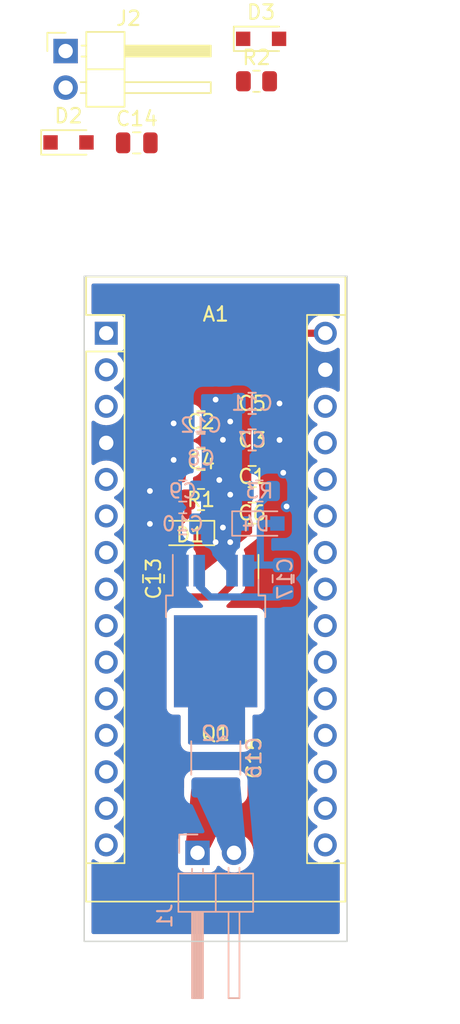
<source format=kicad_pcb>
(kicad_pcb (version 20211014) (generator pcbnew)
  (layers (0 "F.Cu" signal) (31 "B.Cu" signal) (34 "B.Paste" user) (35 "F.Paste" user) (36 "B.SilkS" user "B.Silkscreen") (37 "F.SilkS" user "F.Silkscreen") (38 "B.Mask" user) (39 "F.Mask" user) (44 "Edge.Cuts" user))
  (net 0 "")
  (net 4 "GND")
  (net 5 "/ARC_DETECT")
  (net 6 "/PWM_A")
  (net 7 "/PWM_B")
  (net 27 "+5V")
  (net 29 "VCC")
  (net 30 "Net-(C13-Pad1)")
  (net 31 "Net-(C15-Pad1)")
  (net 32 "Net-(C15-Pad2)")
  (net 33 "Net-(C16-Pad1)")
  (net 34 "Net-(C16-Pad2)")
  (net 35 "Net-(C17-Pad1)")
  (footprint "Diode_SMD:D_SOD-323_HandSoldering" (layer "F.Cu") (at 131.75 102.97)
    (fp_text reference "D2" (at 0 -1.85) (layer "F.SilkS"))
    (fp_text value "B5819WS")
    (fp_line (start -1.9 -0.85) (end -1.9 0.85) (layer "F.SilkS") (width 0.12))
    (fp_line (start -1.9 -0.85) (end 1.25 -0.85) (layer "F.SilkS") (width 0.12))
    (fp_line (start -1.9 0.85) (end 1.25 0.85) (layer "F.SilkS") (width 0.12))
    (pad "1" smd rect (at -1.25 0) (size 1 1) (layers "F.Cu" "F.Paste" "F.Mask") (net 27 "+5V"))
    (pad "2" smd rect (at 1.25 0) (size 1 1) (layers "F.Cu" "F.Paste" "F.Mask") (net 5 "/ARC_DETECT"))
  )
  (footprint "Capacitor_SMD:C_0805_2012Metric" (layer "F.Cu") (at 137.668 133.29 -90)
    (fp_text reference "C13" (at 0 0 90) (layer "F.SilkS"))
    (fp_text value "100n")
    (fp_line (start -0.261252 0.735) (end 0.261252 0.735) (layer "F.SilkS") (width 0.12))
    (fp_line (start -0.261252 -0.735) (end 0.261252 -0.735) (layer "F.SilkS") (width 0.12))
    (pad "1" smd roundrect (at -0.95 0 270) (size 1 1.45) (layers "F.Cu" "F.Paste" "F.Mask") (net 30 "Net-(C13-Pad1)"))
    (pad "2" smd roundrect (at 0.95 0 270) (size 1 1.45) (layers "F.Cu" "F.Paste" "F.Mask") (net 6 "/PWM_A"))
  )
  (footprint "Connector_PinHeader_2.54mm:PinHeader_1x02_P2.54mm_Horizontal" (layer "F.Cu") (at 131.55 96.62)
    (fp_text reference "J2" (at 4.385 -2.27) (layer "F.SilkS"))
    (fp_text value "OUT")
    (fp_line (start 4.1 2.16) (end 10.1 2.16) (layer "F.SilkS") (width 0.12))
    (fp_line (start 1.11 -0.38) (end 1.44 -0.38) (layer "F.SilkS") (width 0.12))
    (fp_line (start 10.1 0.38) (end 4.1 0.38) (layer "F.SilkS") (width 0.12))
    (fp_line (start 4.1 3.87) (end 4.1 -1.33) (layer "F.SilkS") (width 0.12))
    (fp_line (start -1.27 -1.27) (end 0 -1.27) (layer "F.SilkS") (width 0.12))
    (fp_line (start 4.1 -0.32) (end 10.1 -0.32) (layer "F.SilkS") (width 0.12))
    (fp_line (start 4.1 -1.33) (end 1.44 -1.33) (layer "F.SilkS") (width 0.12))
    (fp_line (start 1.44 -1.33) (end 1.44 3.87) (layer "F.SilkS") (width 0.12))
    (fp_line (start 1.042929 2.92) (end 1.44 2.92) (layer "F.SilkS") (width 0.12))
    (fp_line (start 1.11 0.38) (end 1.44 0.38) (layer "F.SilkS") (width 0.12))
    (fp_line (start 10.1 2.92) (end 4.1 2.92) (layer "F.SilkS") (width 0.12))
    (fp_line (start 1.042929 2.16) (end 1.44 2.16) (layer "F.SilkS") (width 0.12))
    (fp_line (start 4.1 0.16) (end 10.1 0.16) (layer "F.SilkS") (width 0.12))
    (fp_line (start 10.1 -0.38) (end 10.1 0.38) (layer "F.SilkS") (width 0.12))
    (fp_line (start 4.1 0.04) (end 10.1 0.04) (layer "F.SilkS") (width 0.12))
    (fp_line (start -1.27 0) (end -1.27 -1.27) (layer "F.SilkS") (width 0.12))
    (fp_line (start 4.1 -0.08) (end 10.1 -0.08) (layer "F.SilkS") (width 0.12))
    (fp_line (start 4.1 0.28) (end 10.1 0.28) (layer "F.SilkS") (width 0.12))
    (fp_line (start 4.1 -0.2) (end 10.1 -0.2) (layer "F.SilkS") (width 0.12))
    (fp_line (start 10.1 2.16) (end 10.1 2.92) (layer "F.SilkS") (width 0.12))
    (fp_line (start 1.44 3.87) (end 4.1 3.87) (layer "F.SilkS") (width 0.12))
    (fp_line (start 4.1 -0.38) (end 10.1 -0.38) (layer "F.SilkS") (width 0.12))
    (fp_line (start 1.44 1.27) (end 4.1 1.27) (layer "F.SilkS") (width 0.12))
    (pad "1" thru_hole rect (at 0 0) (size 1.7 1.7) (drill 1) (layers *.Cu *.Mask) (net 5 "/ARC_DETECT"))
    (pad "2" thru_hole oval (at 0 2.54) (size 1.7 1.7) (drill 1) (layers *.Cu *.Mask) (net 4 "GND"))
  )
  (footprint "Resistor_SMD:R_0805_2012Metric" (layer "F.Cu") (at 140.97 127.79 180)
    (fp_text reference "R1" (at 0 0) (layer "F.SilkS"))
    (fp_text value "1k")
    (fp_line (start -0.227064 -0.735) (end 0.227064 -0.735) (layer "F.SilkS") (width 0.12))
    (fp_line (start -0.227064 0.735) (end 0.227064 0.735) (layer "F.SilkS") (width 0.12))
    (pad "1" smd roundrect (at -0.9125 0 180) (size 1.025 1.4) (layers "F.Cu" "F.Paste" "F.Mask") (roundrect_rratio 0.243902) (net 29 "VCC"))
    (pad "2" smd roundrect (at 0.9125 0 180) (size 1.025 1.4) (layers "F.Cu" "F.Paste" "F.Mask") (roundrect_rratio 0.243902) (net 30 "Net-(C13-Pad1)"))
  )
  (footprint "Diode_SMD:D_SOD-323_HandSoldering" (layer "F.Cu") (at 145.15 95.77)
    (fp_text reference "D3" (at 0 -1.85) (layer "F.SilkS"))
    (fp_text value "B5819WS")
    (fp_line (start -1.9 0.85) (end 1.25 0.85) (layer "F.SilkS") (width 0.12))
    (fp_line (start -1.9 -0.85) (end 1.25 -0.85) (layer "F.SilkS") (width 0.12))
    (fp_line (start -1.9 -0.85) (end -1.9 0.85) (layer "F.SilkS") (width 0.12))
    (pad "1" smd rect (at -1.25 0) (size 1 1) (layers "F.Cu" "F.Paste" "F.Mask") (net 5 "/ARC_DETECT"))
    (pad "2" smd rect (at 1.25 0) (size 1 1) (layers "F.Cu" "F.Paste" "F.Mask") (net 4 "GND"))
  )
  (footprint "Package_TO_SOT_SMD:TO-252-4" (layer "F.Cu") (at 141.986 136.93 -90)
    (fp_text reference "Q1" (at 7.112 0 180) (layer "F.SilkS"))
    (fp_text value "FDD8424H")
    (fp_line (start -2.47 3.45) (end -2.47 2.98) (layer "F.SilkS") (width 0.12))
    (fp_line (start -0.97 3.45) (end -2.47 3.45) (layer "F.SilkS") (width 0.12))
    (fp_line (start -2.47 -3.45) (end -2.47 -2.98) (layer "F.SilkS") (width 0.12))
    (fp_line (start -0.97 -3.45) (end -2.47 -3.45) (layer "F.SilkS") (width 0.12))
    (fp_line (start -2.47 2.98) (end -3.57 2.98) (layer "F.SilkS") (width 0.12))
    (fp_line (start -2.47 -2.98) (end -5.3 -2.98) (layer "F.SilkS") (width 0.12))
    (pad "1" smd rect (at -4.2 -2.28 270) (size 2.2 0.8) (layers "F.Cu" "F.Paste" "F.Mask") (net 4 "GND"))
    (pad "2" smd rect (at -4.2 -1.14 270) (size 2.2 0.8) (layers "F.Cu" "F.Paste" "F.Mask") (net 6 "/PWM_A"))
    (pad "3" smd rect (at 2.1 0 270) (size 6.4 5.8) (layers "F.Cu" "F.Mask") (net 31 "Net-(C15-Pad1)"))
    (pad "4" smd rect (at -4.2 1.14 270) (size 2.2 0.8) (layers "F.Cu" "F.Paste" "F.Mask") (net 29 "VCC"))
    (pad "5" smd rect (at -4.2 2.28 270) (size 2.2 0.8) (layers "F.Cu" "F.Paste" "F.Mask") (net 30 "Net-(C13-Pad1)"))
  )
  (footprint "Diode_SMD:D_SOD-323_HandSoldering" (layer "F.Cu") (at 140 130.115 180)
    (fp_text reference "D1" (at -0.208 -0.127) (layer "F.SilkS"))
    (fp_text value "B5819WS")
    (fp_line (start -1.9 -0.85) (end 1.25 -0.85) (layer "F.SilkS") (width 0.12))
    (fp_line (start -1.9 -0.85) (end -1.9 0.85) (layer "F.SilkS") (width 0.12))
    (fp_line (start -1.9 0.85) (end 1.25 0.85) (layer "F.SilkS") (width 0.12))
    (pad "1" smd rect (at -1.25 0 180) (size 1 1) (layers "F.Cu" "F.Paste" "F.Mask") (net 29 "VCC"))
    (pad "2" smd rect (at 1.25 0 180) (size 1 1) (layers "F.Cu" "F.Paste" "F.Mask") (net 30 "Net-(C13-Pad1)"))
  )
  (footprint "Capacitor_SMD:C_0805_2012Metric" (layer "F.Cu") (at 140.97 125 180)
    (fp_text reference "C4" (at 0 -0.162) (layer "F.SilkS"))
    (fp_text value "10u")
    (fp_line (start -0.261252 -0.735) (end 0.261252 -0.735) (layer "F.SilkS") (width 0.12))
    (fp_line (start -0.261252 0.735) (end 0.261252 0.735) (layer "F.SilkS") (width 0.12))
    (pad "1" smd roundrect (at -0.95 0 180) (size 1 1.45) (layers "F.Cu" "F.Paste" "F.Mask") (net 29 "VCC"))
    (pad "2" smd roundrect (at 0.95 0 180) (size 1 1.45) (layers "F.Cu" "F.Paste" "F.Mask") (net 4 "GND"))
  )
  (footprint "Capacitor_SMD:C_0805_2012Metric" (layer "F.Cu") (at 144.526 126.19)
    (fp_text reference "C1" (at 0 0) (layer "F.SilkS"))
    (fp_text value "10u")
    (fp_line (start -0.261252 0.735) (end 0.261252 0.735) (layer "F.SilkS") (width 0.12))
    (fp_line (start -0.261252 -0.735) (end 0.261252 -0.735) (layer "F.SilkS") (width 0.12))
    (pad "1" smd roundrect (at -0.95 0) (size 1 1.45) (layers "F.Cu" "F.Paste" "F.Mask") (net 29 "VCC"))
    (pad "2" smd roundrect (at 0.95 0) (size 1 1.45) (layers "F.Cu" "F.Paste" "F.Mask") (net 4 "GND"))
  )
  (footprint "Capacitor_SMD:C_0805_2012Metric" (layer "F.Cu") (at 144.526 128.73)
    (fp_text reference "C6" (at 0 0) (layer "F.SilkS"))
    (fp_text value "10u")
    (fp_line (start -0.261252 -0.735) (end 0.261252 -0.735) (layer "F.SilkS") (width 0.12))
    (fp_line (start -0.261252 0.735) (end 0.261252 0.735) (layer "F.SilkS") (width 0.12))
    (pad "1" smd roundrect (at -0.95 0) (size 1 1.45) (layers "F.Cu" "F.Paste" "F.Mask") (net 29 "VCC"))
    (pad "2" smd roundrect (at 0.95 0) (size 1 1.45) (layers "F.Cu" "F.Paste" "F.Mask") (net 4 "GND"))
  )
  (footprint "Capacitor_SMD:C_0805_2012Metric" (layer "F.Cu") (at 140.97 122.38 180)
    (fp_text reference "C2" (at 0 0) (layer "F.SilkS"))
    (fp_text value "10u")
    (fp_line (start -0.261252 -0.735) (end 0.261252 -0.735) (layer "F.SilkS") (width 0.12))
    (fp_line (start -0.261252 0.735) (end 0.261252 0.735) (layer "F.SilkS") (width 0.12))
    (pad "1" smd roundrect (at -0.95 0 180) (size 1 1.45) (layers "F.Cu" "F.Paste" "F.Mask") (net 29 "VCC"))
    (pad "2" smd roundrect (at 0.95 0 180) (size 1 1.45) (layers "F.Cu" "F.Paste" "F.Mask") (net 4 "GND"))
  )
  (footprint "Module:Arduino_Nano" (layer "F.Cu") (at 134.376 116.23)
    (fp_text reference "A1" (at 7.62 -1.33) (layer "F.SilkS"))
    (fp_text value "Arduino_Nano_Every")
    (fp_line (start 13.97 -1.27) (end 16.64 -1.27) (layer "F.SilkS") (width 0.12))
    (fp_line (start -1.4 1.27) (end -1.4 39.5) (layer "F.SilkS") (width 0.12))
    (fp_line (start -1.4 39.5) (end 16.64 39.5) (layer "F.SilkS") (width 0.12))
    (fp_line (start 16.64 -3.94) (end -1.4 -3.94) (layer "F.SilkS") (width 0.12))
    (fp_line (start 1.27 1.27) (end 1.27 36.83) (layer "F.SilkS") (width 0.12))
    (fp_line (start 1.27 -1.27) (end -1.4 -1.27) (layer "F.SilkS") (width 0.12))
    (fp_line (start 13.97 36.83) (end 16.64 36.83) (layer "F.SilkS") (width 0.12))
    (fp_line (start 13.97 -1.27) (end 13.97 36.83) (layer "F.SilkS") (width 0.12))
    (fp_line (start 1.27 36.83) (end -1.4 36.83) (layer "F.SilkS") (width 0.12))
    (fp_line (start 16.64 39.5) (end 16.64 -3.94) (layer "F.SilkS") (width 0.12))
    (fp_line (start 1.27 1.27) (end -1.4 1.27) (layer "F.SilkS") (width 0.12))
    (fp_line (start -1.4 -3.94) (end -1.4 -1.27) (layer "F.SilkS") (width 0.12))
    (fp_line (start 1.27 1.27) (end 1.27 -1.27) (layer "F.SilkS") (width 0.12))
    (pad "1" thru_hole rect locked (at 0 0) (size 1.6 1.6) (drill 1) (layers *.Cu *.Mask))
    (pad "2" thru_hole oval locked (at 0 2.54) (size 1.6 1.6) (drill 1) (layers *.Cu *.Mask))
    (pad "3" thru_hole oval locked (at 0 5.08) (size 1.6 1.6) (drill 1) (layers *.Cu *.Mask))
    (pad "4" thru_hole oval locked (at 0 7.62) (size 1.6 1.6) (drill 1) (layers *.Cu *.Mask) (net 4 "GND"))
    (pad "5" thru_hole oval locked (at 0 10.16) (size 1.6 1.6) (drill 1) (layers *.Cu *.Mask) (net 5 "/ARC_DETECT"))
    (pad "6" thru_hole oval locked (at 0 12.7) (size 1.6 1.6) (drill 1) (layers *.Cu *.Mask) (net 6 "/PWM_A"))
    (pad "7" thru_hole oval locked (at 0 15.24) (size 1.6 1.6) (drill 1) (layers *.Cu *.Mask) (net 7 "/PWM_B"))
    (pad "8" thru_hole oval locked (at 0 17.78) (size 1.6 1.6) (drill 1) (layers *.Cu *.Mask))
    (pad "9" thru_hole oval locked (at 0 20.32) (size 1.6 1.6) (drill 1) (layers *.Cu *.Mask))
    (pad "10" thru_hole oval locked (at 0 22.86) (size 1.6 1.6) (drill 1) (layers *.Cu *.Mask))
    (pad "11" thru_hole oval locked (at 0 25.4) (size 1.6 1.6) (drill 1) (layers *.Cu *.Mask))
    (pad "12" thru_hole oval locked (at 0 27.94) (size 1.6 1.6) (drill 1) (layers *.Cu *.Mask))
    (pad "13" thru_hole oval locked (at 0 30.48) (size 1.6 1.6) (drill 1) (layers *.Cu *.Mask))
    (pad "14" thru_hole oval locked (at 0 33.02) (size 1.6 1.6) (drill 1) (layers *.Cu *.Mask))
    (pad "15" thru_hole oval locked (at 0 35.56) (size 1.6 1.6) (drill 1) (layers *.Cu *.Mask))
    (pad "16" thru_hole oval locked (at 15.24 35.56) (size 1.6 1.6) (drill 1) (layers *.Cu *.Mask))
    (pad "17" thru_hole oval locked (at 15.24 33.02) (size 1.6 1.6) (drill 1) (layers *.Cu *.Mask))
    (pad "18" thru_hole oval locked (at 15.24 30.48) (size 1.6 1.6) (drill 1) (layers *.Cu *.Mask))
    (pad "19" thru_hole oval locked (at 15.24 27.94) (size 1.6 1.6) (drill 1) (layers *.Cu *.Mask))
    (pad "20" thru_hole oval locked (at 15.24 25.4) (size 1.6 1.6) (drill 1) (layers *.Cu *.Mask))
    (pad "21" thru_hole oval locked (at 15.24 22.86) (size 1.6 1.6) (drill 1) (layers *.Cu *.Mask))
    (pad "22" thru_hole oval locked (at 15.24 20.32) (size 1.6 1.6) (drill 1) (layers *.Cu *.Mask))
    (pad "23" thru_hole oval locked (at 15.24 17.78) (size 1.6 1.6) (drill 1) (layers *.Cu *.Mask))
    (pad "24" thru_hole oval locked (at 15.24 15.24) (size 1.6 1.6) (drill 1) (layers *.Cu *.Mask))
    (pad "25" thru_hole oval locked (at 15.24 12.7) (size 1.6 1.6) (drill 1) (layers *.Cu *.Mask))
    (pad "26" thru_hole oval locked (at 15.24 10.16) (size 1.6 1.6) (drill 1) (layers *.Cu *.Mask))
    (pad "27" thru_hole oval locked (at 15.24 7.62) (size 1.6 1.6) (drill 1) (layers *.Cu *.Mask) (net 27 "+5V"))
    (pad "28" thru_hole oval locked (at 15.24 5.08) (size 1.6 1.6) (drill 1) (layers *.Cu *.Mask))
    (pad "29" thru_hole oval locked (at 15.24 2.54) (size 1.6 1.6) (drill 1) (layers *.Cu *.Mask) (net 4 "GND"))
    (pad "30" thru_hole oval locked (at 15.24 0) (size 1.6 1.6) (drill 1) (layers *.Cu *.Mask) (net 29 "VCC"))
  )
  (footprint "Capacitor_SMD:C_0805_2012Metric" (layer "F.Cu") (at 136.5 103)
    (fp_text reference "C14" (at 0 -1.68) (layer "F.SilkS"))
    (fp_text value "100n")
    (fp_line (start -0.261252 -0.735) (end 0.261252 -0.735) (layer "F.SilkS") (width 0.12))
    (fp_line (start -0.261252 0.735) (end 0.261252 0.735) (layer "F.SilkS") (width 0.12))
    (pad "1" smd roundrect (at -0.95 0) (size 1 1.45) (layers "F.Cu" "F.Paste" "F.Mask") (net 5 "/ARC_DETECT"))
    (pad "2" smd roundrect (at 0.95 0) (size 1 1.45) (layers "F.Cu" "F.Paste" "F.Mask") (net 4 "GND"))
  )
  (footprint "Capacitor_SMD:C_0805_2012Metric" (layer "F.Cu") (at 144.526 121.11)
    (fp_text reference "C5" (at 0 0) (layer "F.SilkS"))
    (fp_text value "10u")
    (fp_line (start -0.261252 0.735) (end 0.261252 0.735) (layer "F.SilkS") (width 0.12))
    (fp_line (start -0.261252 -0.735) (end 0.261252 -0.735) (layer "F.SilkS") (width 0.12))
    (pad "1" smd roundrect (at -0.95 0) (size 1 1.45) (layers "F.Cu" "F.Paste" "F.Mask") (net 29 "VCC"))
    (pad "2" smd roundrect (at 0.95 0) (size 1 1.45) (layers "F.Cu" "F.Paste" "F.Mask") (net 4 "GND"))
  )
  (footprint "Capacitor_SMD:C_1812_4532Metric" (layer "F.Cu") (at 142 145.75 -90)
    (fp_text reference "C15" (at 0 -2.65 -90) (layer "F.SilkS"))
    (fp_text value "1u")
    (fp_line (start -1.161252 -1.71) (end 1.161252 -1.71) (layer "F.SilkS") (width 0.12))
    (fp_line (start -1.161252 1.71) (end 1.161252 1.71) (layer "F.SilkS") (width 0.12))
    (pad "1" smd roundrect (at -2.05 0 270) (size 1.4 3.4) (layers "F.Cu" "F.Paste" "F.Mask") (roundrect_rratio 0.178571) (net 31 "Net-(C15-Pad1)"))
    (pad "2" smd roundrect (at 2.05 0 270) (size 1.4 3.4) (layers "F.Cu" "F.Paste" "F.Mask") (roundrect_rratio 0.178571) (net 32 "Net-(C15-Pad2)"))
  )
  (footprint "Resistor_SMD:R_0805_2012Metric" (layer "F.Cu") (at 144.83 98.72)
    (fp_text reference "R2" (at 0 -1.65) (layer "F.SilkS"))
    (fp_text value "1k")
    (fp_line (start -0.227064 0.735) (end 0.227064 0.735) (layer "F.SilkS") (width 0.12))
    (fp_line (start -0.227064 -0.735) (end 0.227064 -0.735) (layer "F.SilkS") (width 0.12))
    (pad "1" smd roundrect (at -0.9125 0) (size 1.025 1.4) (layers "F.Cu" "F.Paste" "F.Mask") (roundrect_rratio 0.243902) (net 5 "/ARC_DETECT"))
    (pad "2" smd roundrect (at 0.9125 0) (size 1.025 1.4) (layers "F.Cu" "F.Paste" "F.Mask") (roundrect_rratio 0.243902) (net 4 "GND"))
  )
  (footprint "Capacitor_SMD:C_0805_2012Metric" (layer "F.Cu") (at 144.526 123.65)
    (fp_text reference "C3" (at 0 0) (layer "F.SilkS"))
    (fp_text value "10u")
    (fp_line (start -0.261252 -0.735) (end 0.261252 -0.735) (layer "F.SilkS") (width 0.12))
    (fp_line (start -0.261252 0.735) (end 0.261252 0.735) (layer "F.SilkS") (width 0.12))
    (pad "1" smd roundrect (at -0.95 0) (size 1 1.45) (layers "F.Cu" "F.Paste" "F.Mask") (net 29 "VCC"))
    (pad "2" smd roundrect (at 0.95 0) (size 1 1.45) (layers "F.Cu" "F.Paste" "F.Mask") (net 4 "GND"))
  )
  (footprint "Diode_SMD:D_SOD-323_HandSoldering" (layer "B.Cu") (at 145.034 129.455)
    (fp_text reference "D4" (at -0.254 0.025) (layer "B.SilkS") (effects (justify mirror)))
    (fp_text value "B5819WS")
    (fp_line (start -1.9 0.85) (end 1.25 0.85) (layer "B.SilkS") (width 0.12))
    (fp_line (start -1.9 -0.85) (end 1.25 -0.85) (layer "B.SilkS") (width 0.12))
    (fp_line (start -1.9 0.85) (end -1.9 -0.85) (layer "B.SilkS") (width 0.12))
    (pad "1" smd rect (at -1.25 0) (size 1 1) (layers "B.Cu" "B.Paste" "B.Mask") (net 29 "VCC"))
    (pad "2" smd rect (at 1.25 0) (size 1 1) (layers "B.Cu" "B.Paste" "B.Mask") (net 35 "Net-(C17-Pad1)"))
  )
  (footprint "Capacitor_SMD:C_0805_2012Metric" (layer "B.Cu") (at 139.7 129.48 180)
    (fp_text reference "C10" (at 0 0) (layer "B.SilkS") (effects (justify mirror)))
    (fp_text value "10u")
    (fp_line (start -0.261252 0.735) (end 0.261252 0.735) (layer "B.SilkS") (width 0.12))
    (fp_line (start -0.261252 -0.735) (end 0.261252 -0.735) (layer "B.SilkS") (width 0.12))
    (pad "1" smd roundrect (at -0.95 0 180) (size 1 1.45) (layers "B.Cu" "B.Paste" "B.Mask") (net 29 "VCC"))
    (pad "2" smd roundrect (at 0.95 0 180) (size 1 1.45) (layers "B.Cu" "B.Paste" "B.Mask") (net 4 "GND"))
  )
  (footprint "Package_TO_SOT_SMD:TO-252-4" (layer "B.Cu") (at 141.986 136.93 -90)
    (fp_text reference "Q2" (at 7.112 0) (layer "B.SilkS") (effects (justify mirror)))
    (fp_text value "FDD8424H")
    (fp_line (start -2.47 -3.45) (end -2.47 -2.98) (layer "B.SilkS") (width 0.12))
    (fp_line (start -2.47 -2.98) (end -3.57 -2.98) (layer "B.SilkS") (width 0.12))
    (fp_line (start -2.47 2.98) (end -5.3 2.98) (layer "B.SilkS") (width 0.12))
    (fp_line (start -2.47 3.45) (end -2.47 2.98) (layer "B.SilkS") (width 0.12))
    (fp_line (start -0.97 -3.45) (end -2.47 -3.45) (layer "B.SilkS") (width 0.12))
    (fp_line (start -0.97 3.45) (end -2.47 3.45) (layer "B.SilkS") (width 0.12))
    (pad "1" smd rect (at -4.2 2.28 270) (size 2.2 0.8) (layers "B.Cu" "B.Paste" "B.Mask") (net 4 "GND"))
    (pad "2" smd rect (at -4.2 1.14 270) (size 2.2 0.8) (layers "B.Cu" "B.Paste" "B.Mask") (net 7 "/PWM_B"))
    (pad "3" smd rect (at 2.1 0 270) (size 6.4 5.8) (layers "B.Cu" "B.Mask") (net 34 "Net-(C16-Pad2)"))
    (pad "4" smd rect (at -4.2 -1.14 270) (size 2.2 0.8) (layers "B.Cu" "B.Paste" "B.Mask") (net 29 "VCC"))
    (pad "5" smd rect (at -4.2 -2.28 270) (size 2.2 0.8) (layers "B.Cu" "B.Paste" "B.Mask") (net 35 "Net-(C17-Pad1)"))
  )
  (footprint "Capacitor_SMD:C_0805_2012Metric" (layer "B.Cu") (at 139.7 127.194 180)
    (fp_text reference "C9" (at 0 0) (layer "B.SilkS") (effects (justify mirror)))
    (fp_text value "10u")
    (fp_line (start -0.261252 -0.735) (end 0.261252 -0.735) (layer "B.SilkS") (width 0.12))
    (fp_line (start -0.261252 0.735) (end 0.261252 0.735) (layer "B.SilkS") (width 0.12))
    (pad "1" smd roundrect (at -0.95 0 180) (size 1 1.45) (layers "B.Cu" "B.Paste" "B.Mask") (net 29 "VCC"))
    (pad "2" smd roundrect (at 0.95 0 180) (size 1 1.45) (layers "B.Cu" "B.Paste" "B.Mask") (net 4 "GND"))
  )
  (footprint "Capacitor_SMD:C_0805_2012Metric" (layer "B.Cu") (at 144.526 123.638)
    (fp_text reference "C7" (at 0 0 180) (layer "B.SilkS") (effects (justify mirror)))
    (fp_text value "10u")
    (fp_line (start -0.261252 0.735) (end 0.261252 0.735) (layer "B.SilkS") (width 0.12))
    (fp_line (start -0.261252 -0.735) (end 0.261252 -0.735) (layer "B.SilkS") (width 0.12))
    (pad "1" smd roundrect (at -0.95 0) (size 1 1.45) (layers "B.Cu" "B.Paste" "B.Mask") (net 29 "VCC"))
    (pad "2" smd roundrect (at 0.95 0) (size 1 1.45) (layers "B.Cu" "B.Paste" "B.Mask") (net 4 "GND"))
  )
  (footprint "Capacitor_SMD:C_0805_2012Metric" (layer "B.Cu") (at 146.685 133.29 -90)
    (fp_text reference "C17" (at 0 -0.127 90) (layer "B.SilkS") (effects (justify mirror)))
    (fp_text value "100n")
    (fp_line (start -0.261252 0.735) (end 0.261252 0.735) (layer "B.SilkS") (width 0.12))
    (fp_line (start -0.261252 -0.735) (end 0.261252 -0.735) (layer "B.SilkS") (width 0.12))
    (pad "1" smd roundrect (at -0.95 0 270) (size 1 1.45) (layers "B.Cu" "B.Paste" "B.Mask") (net 35 "Net-(C17-Pad1)"))
    (pad "2" smd roundrect (at 0.95 0 270) (size 1 1.45) (layers "B.Cu" "B.Paste" "B.Mask") (net 7 "/PWM_B"))
  )
  (footprint "Capacitor_SMD:C_0805_2012Metric" (layer "B.Cu") (at 144.526 121.098)
    (fp_text reference "C11" (at 0 0 180) (layer "B.SilkS") (effects (justify mirror)))
    (fp_text value "10u")
    (fp_line (start -0.261252 0.735) (end 0.261252 0.735) (layer "B.SilkS") (width 0.12))
    (fp_line (start -0.261252 -0.735) (end 0.261252 -0.735) (layer "B.SilkS") (width 0.12))
    (pad "1" smd roundrect (at -0.95 0) (size 1 1.45) (layers "B.Cu" "B.Paste" "B.Mask") (net 29 "VCC"))
    (pad "2" smd roundrect (at 0.95 0) (size 1 1.45) (layers "B.Cu" "B.Paste" "B.Mask") (net 4 "GND"))
  )
  (footprint "Capacitor_SMD:C_1812_4532Metric" (layer "B.Cu") (at 142 145.75 90)
    (fp_text reference "C16" (at 0 2.65 270) (layer "B.SilkS") (effects (justify mirror)))
    (fp_text value "1u")
    (fp_line (start -1.161252 1.71) (end 1.161252 1.71) (layer "B.SilkS") (width 0.12))
    (fp_line (start -1.161252 -1.71) (end 1.161252 -1.71) (layer "B.SilkS") (width 0.12))
    (pad "1" smd roundrect (at -2.05 0 90) (size 1.4 3.4) (layers "B.Cu" "B.Paste" "B.Mask") (roundrect_rratio 0.178571) (net 33 "Net-(C16-Pad1)"))
    (pad "2" smd roundrect (at 2.05 0 90) (size 1.4 3.4) (layers "B.Cu" "B.Paste" "B.Mask") (roundrect_rratio 0.178571) (net 34 "Net-(C16-Pad2)"))
  )
  (footprint "Capacitor_SMD:C_0805_2012Metric" (layer "B.Cu") (at 140.97 122.495 180)
    (fp_text reference "C12" (at 0 -0.127) (layer "B.SilkS") (effects (justify mirror)))
    (fp_text value "10u")
    (fp_line (start -0.261252 0.735) (end 0.261252 0.735) (layer "B.SilkS") (width 0.12))
    (fp_line (start -0.261252 -0.735) (end 0.261252 -0.735) (layer "B.SilkS") (width 0.12))
    (pad "1" smd roundrect (at -0.95 0 180) (size 1 1.45) (layers "B.Cu" "B.Paste" "B.Mask") (net 29 "VCC"))
    (pad "2" smd roundrect (at 0.95 0 180) (size 1 1.45) (layers "B.Cu" "B.Paste" "B.Mask") (net 4 "GND"))
  )
  (footprint "Capacitor_SMD:C_0805_2012Metric" (layer "B.Cu") (at 140.97 124.908 180)
    (fp_text reference "C8" (at 0 0) (layer "B.SilkS") (effects (justify mirror)))
    (fp_text value "10u")
    (fp_line (start -0.261252 -0.735) (end 0.261252 -0.735) (layer "B.SilkS") (width 0.12))
    (fp_line (start -0.261252 0.735) (end 0.261252 0.735) (layer "B.SilkS") (width 0.12))
    (pad "1" smd roundrect (at -0.95 0 180) (size 1 1.45) (layers "B.Cu" "B.Paste" "B.Mask") (net 29 "VCC"))
    (pad "2" smd roundrect (at 0.95 0 180) (size 1 1.45) (layers "B.Cu" "B.Paste" "B.Mask") (net 4 "GND"))
  )
  (footprint "Connector_PinHeader_2.54mm:PinHeader_1x02_P2.54mm_Horizontal" (layer "B.Cu") (at 140.725 152.34 -90)
    (fp_text reference "J1" (at 4.385 2.27 90) (layer "B.SilkS") (effects (justify mirror)))
    (fp_text value "OUT")
    (fp_line (start 4.1 -0.04) (end 10.1 -0.04) (layer "B.SilkS") (width 0.12))
    (fp_line (start 4.1 -2.16) (end 10.1 -2.16) (layer "B.SilkS") (width 0.12))
    (fp_line (start 1.042929 -2.92) (end 1.44 -2.92) (layer "B.SilkS") (width 0.12))
    (fp_line (start -1.27 0) (end -1.27 1.27) (layer "B.SilkS") (width 0.12))
    (fp_line (start 10.1 0.38) (end 10.1 -0.38) (layer "B.SilkS") (width 0.12))
    (fp_line (start 4.1 -0.16) (end 10.1 -0.16) (layer "B.SilkS") (width 0.12))
    (fp_line (start 1.44 1.33) (end 1.44 -3.87) (layer "B.SilkS") (width 0.12))
    (fp_line (start 4.1 0.38) (end 10.1 0.38) (layer "B.SilkS") (width 0.12))
    (fp_line (start 4.1 0.2) (end 10.1 0.2) (layer "B.SilkS") (width 0.12))
    (fp_line (start 1.042929 -2.16) (end 1.44 -2.16) (layer "B.SilkS") (width 0.12))
    (fp_line (start -1.27 1.27) (end 0 1.27) (layer "B.SilkS") (width 0.12))
    (fp_line (start 4.1 -3.87) (end 4.1 1.33) (layer "B.SilkS") (width 0.12))
    (fp_line (start 4.1 -0.28) (end 10.1 -0.28) (layer "B.SilkS") (width 0.12))
    (fp_line (start 1.11 -0.38) (end 1.44 -0.38) (layer "B.SilkS") (width 0.12))
    (fp_line (start 4.1 1.33) (end 1.44 1.33) (layer "B.SilkS") (width 0.12))
    (fp_line (start 1.44 -3.87) (end 4.1 -3.87) (layer "B.SilkS") (width 0.12))
    (fp_line (start 10.1 -2.92) (end 4.1 -2.92) (layer "B.SilkS") (width 0.12))
    (fp_line (start 1.11 0.38) (end 1.44 0.38) (layer "B.SilkS") (width 0.12))
    (fp_line (start 4.1 0.32) (end 10.1 0.32) (layer "B.SilkS") (width 0.12))
    (fp_line (start 10.1 -0.38) (end 4.1 -0.38) (layer "B.SilkS") (width 0.12))
    (fp_line (start 1.44 -1.27) (end 4.1 -1.27) (layer "B.SilkS") (width 0.12))
    (fp_line (start 10.1 -2.16) (end 10.1 -2.92) (layer "B.SilkS") (width 0.12))
    (fp_line (start 4.1 0.08) (end 10.1 0.08) (layer "B.SilkS") (width 0.12))
    (pad "1" thru_hole rect (at 0 0 270) (size 1.7 1.7) (drill 1) (layers *.Cu *.Mask) (net 32 "Net-(C15-Pad2)"))
    (pad "2" thru_hole oval (at 0 -2.54 270) (size 1.7 1.7) (drill 1) (layers *.Cu *.Mask) (net 33 "Net-(C16-Pad1)"))
  )
  (footprint "Resistor_SMD:R_0805_2012Metric" (layer "B.Cu") (at 145.034 127.194)
    (fp_text reference "R3" (at 0 0) (layer "B.SilkS") (effects (justify mirror)))
    (fp_text value "1k")
    (fp_line (start -0.227064 0.735) (end 0.227064 0.735) (layer "B.SilkS") (width 0.12))
    (fp_line (start -0.227064 -0.735) (end 0.227064 -0.735) (layer "B.SilkS") (width 0.12))
    (pad "1" smd roundrect (at -0.9125 0) (size 1.025 1.4) (layers "B.Cu" "B.Paste" "B.Mask") (roundrect_rratio 0.243902) (net 29 "VCC"))
    (pad "2" smd roundrect (at 0.9125 0) (size 1.025 1.4) (layers "B.Cu" "B.Paste" "B.Mask") (roundrect_rratio 0.243902) (net 35 "Net-(C17-Pad1)"))
  )
  (gr_rect (start 132.842 112.268) (end 151.13 158.496) (layer "Edge.Cuts") (width 0.1) (fill none))
  (segment (start 145.476 123.65) (end 146.431 123.65) (width 0.75) (layer "F.Cu") (net 4))
  (segment (start 146.426813 126.19) (end 146.690922 125.925891) (width 0.5) (layer "F.Cu") (net 4))
  (segment (start 146.462855 128.73) (end 146.923338 128.269517) (width 0.5) (layer "F.Cu") (net 4))
  (segment (start 140.02 122.38) (end 139.18 122.38) (width 0.5) (layer "F.Cu") (net 4))
  (segment (start 139.18 122.38) (end 139.065 122.495) (width 0.5) (layer "F.Cu") (net 4))
  (segment (start 139.1 125) (end 139.065 125.035) (width 0.5) (layer "F.Cu") (net 4))
  (segment (start 145.476 121.11) (end 146.431 121.11) (width 0.75) (layer "F.Cu") (net 4))
  (segment (start 145.476 126.19) (end 146.426813 126.19) (width 0.5) (layer "F.Cu") (net 4))
  (segment (start 140.02 125) (end 139.1 125) (width 0.5) (layer "F.Cu") (net 4))
  (segment (start 145.476 128.73) (end 146.462855 128.73) (width 0.5) (layer "F.Cu") (net 4))
  (via (at 146.431 121.11) (size 0.8) (drill 0.4) (layers "F.Cu" "B.Cu") (net 4))
  (via (at 137.414 129.48) (size 0.8) (drill 0.4) (layers "F.Cu" "B.Cu") (net 4))
  (via (at 146.923338 128.269517) (size 0.8) (drill 0.4) (layers "F.Cu" "B.Cu") (net 4))
  (via (at 139.065 122.495) (size 0.8) (drill 0.4) (layers "F.Cu" "B.Cu") (net 4))
  (via (at 139.065 125.035) (size 0.8) (drill 0.4) (layers "F.Cu" "B.Cu") (net 4))
  (via (at 137.414 127.194) (size 0.8) (drill 0.4) (layers "F.Cu" "B.Cu") (net 4))
  (via (at 146.690922 125.925891) (size 0.8) (drill 0.4) (layers "F.Cu" "B.Cu") (net 4))
  (via (at 146.431 123.65) (size 0.8) (drill 0.4) (layers "F.Cu" "B.Cu") (net 4))
  (segment (start 138.75 127.194) (end 137.414 127.194) (width 0.5) (layer "B.Cu") (net 4))
  (segment (start 138.75 129.48) (end 137.414 129.48) (width 0.5) (layer "B.Cu") (net 4))
  (segment (start 142.24 134.56) (end 143.126 133.674) (width 0.5) (layer "F.Cu") (net 6))
  (segment (start 137.48 134.56) (end 142.24 134.56) (width 0.5) (layer "F.Cu") (net 6))
  (segment (start 143.126 133.674) (end 143.126 132.73) (width 0.5) (layer "F.Cu") (net 6))
  (segment (start 140.846 133.801) (end 140.846 132.73) (width 0.5) (layer "B.Cu") (net 7))
  (segment (start 141.605 134.56) (end 140.846 133.801) (width 0.5) (layer "B.Cu") (net 7))
  (segment (start 146.365 134.56) (end 141.986 134.56) (width 0.5) (layer "B.Cu") (net 7))
  (segment (start 146.685 134.24) (end 146.365 134.56) (width 0.5) (layer "B.Cu") (net 7))
  (segment (start 141.986 134.56) (end 141.605 134.56) (width 0.5) (layer "B.Cu") (net 7))
  (segment (start 146.77 116.23) (end 144 119) (width 0.5) (layer "F.Cu") (net 29))
  (segment (start 149.616 116.23) (end 146.77 116.23) (width 0.5) (layer "F.Cu") (net 29))
  (via (at 142.24 126.432) (size 0.8) (drill 0.4) (layers "F.Cu" "B.Cu") (net 29))
  (via (at 142.494 123.638) (size 0.8) (drill 0.4) (layers "F.Cu" "B.Cu") (net 29))
  (via (at 143.002 130.75) (size 0.8) (drill 0.4) (layers "F.Cu" "B.Cu") (net 29))
  (via (at 141.986 130.75) (size 0.8) (drill 0.4) (layers "F.Cu" "B.Cu") (net 29))
  (via (at 143.002 122.368) (size 0.8) (drill 0.4) (layers "F.Cu" "B.Cu") (net 29))
  (via (at 143.002 127.448) (size 0.8) (drill 0.4) (layers "F.Cu" "B.Cu") (net 29))
  (via (at 142.494 129.734) (size 0.8) (drill 0.4) (layers "F.Cu" "B.Cu") (net 29))
  (via (at 141.986 120.844) (size 0.8) (drill 0.4) (layers "F.Cu" "B.Cu") (net 29))
  (segment (start 138.75 130.965) (end 138.75 130.025) (width 0.5) (layer "F.Cu") (net 30))
  (segment (start 138.184 132.34) (end 138.75 131.774) (width 0.5) (layer "F.Cu") (net 30))
  (segment (start 140.0575 128.8075) (end 138.75 130.115) (width 0.5) (layer "F.Cu") (net 30))
  (segment (start 140.0575 127.79) (end 140.0575 128.8075) (width 0.5) (layer "F.Cu") (net 30))
  (segment (start 138.75 130.115) (end 138.75 131.774) (width 0.5) (layer "F.Cu") (net 30))
  (segment (start 138.75 131.774) (end 139.706 132.73) (width 0.5) (layer "F.Cu") (net 30))
  (segment (start 145.131 129.455) (end 145.095 129.419) (width 0.5) (layer "B.Cu") (net 35))
  (segment (start 146.284 129.455) (end 145.131 129.455) (width 0.5) (layer "B.Cu") (net 35))
  (segment (start 146.685 132.34) (end 145.095 132.34) (width 0.5) (layer "B.Cu") (net 35))
  (segment (start 145.095 129.419) (end 145.095 128.0455) (width 0.5) (layer "B.Cu") (net 35))
  (segment (start 145.095 128.0455) (end 145.9465 127.194) (width 0.5) (layer "B.Cu") (net 35))
  (segment (start 144.656 132.34) (end 144.266 132.73) (width 0.5) (layer "B.Cu") (net 35))
  (segment (start 145.095 132.34) (end 144.656 132.34) (width 0.5) (layer "B.Cu") (net 35))
  (segment (start 145.095 132.34) (end 145.095 129.419) (width 0.5) (layer "B.Cu") (net 35))
  (zone (net 32) (net_name "Net-(C15-Pad2)") (layer "F.Cu") (priority 1) (connect_pads yes (clearance 0.508)) (min_thickness 0.254) (fill yes (thermal_gap 0.508) (thermal_bridge_width 0.508))
    (polygon (pts (xy 143.7 147.8) (xy 140.3 147.8) (xy 139.885 152.042001) (xy 141.585 152.042001)))
  )
  (zone (net 29) (net_name "VCC") (layer "F.Cu") (priority 1) (connect_pads yes (clearance 0.508)) (min_thickness 0.254) (fill yes (thermal_gap 0.508) (thermal_bridge_width 0.508))
    (polygon (pts (xy 144.526 130.115) (xy 141.246 132.73) (xy 141.246 132.865) (xy 140.446 132.865) (xy 140.446 130.03) (xy 140.335 118.685) (xy 144.526 118.685)))
  )
  (zone (net 31) (net_name "Net-(C15-Pad1)") (layer "F.Cu") (priority 1) (connect_pads yes (clearance 0.508)) (min_thickness 0.254) (fill yes (thermal_gap 0.508) (thermal_bridge_width 0.508))
    (polygon (pts (xy 144.035 144.815) (xy 140.065 144.815) (xy 140.065 140.275) (xy 144.035 140.275)))
  )
  (zone (net 4) (net_name "GND") (layers F&B.Cu) (connect_pads yes (clearance 0.508)) (min_thickness 0.254) (fill yes (thermal_gap 0.508) (thermal_bridge_width 0.508))
    (polygon (pts (xy 159 164.25) (xy 127 164.25) (xy 126.984281 107.100644) (xy 158.984281 106.975644)))
  )
  (zone (net 33) (net_name "Net-(C16-Pad1)") (layer "B.Cu") (priority 1) (connect_pads yes (clearance 0.508)) (min_thickness 0.254) (fill yes (thermal_gap 0.508) (thermal_bridge_width 0.508))
    (polygon (pts (xy 140.3 147.599998) (xy 143.7 147.599998) (xy 144.125 152.241998) (xy 142.425 152.241998)))
  )
  (zone (net 34) (net_name "Net-(C16-Pad2)") (layer "B.Cu") (priority 1) (connect_pads yes (clearance 0.508)) (min_thickness 0.254) (fill yes (thermal_gap 0.508) (thermal_bridge_width 0.508))
    (polygon (pts (xy 144.035 140.275) (xy 140.065 140.275) (xy 140.065 144.815) (xy 144.035 144.815)))
  )
  (zone (net 29) (net_name "VCC") (layer "B.Cu") (priority 1) (connect_pads yes (clearance 0.508)) (min_thickness 0.254) (fill yes (thermal_gap 0.508) (thermal_bridge_width 0.508))
    (polygon (pts (xy 143.826 129.455) (xy 143.526 132.73) (xy 142.726 132.73) (xy 140.97 130.75) (xy 140.97 120.463) (xy 143.826 120.463)))
  )
)
</source>
